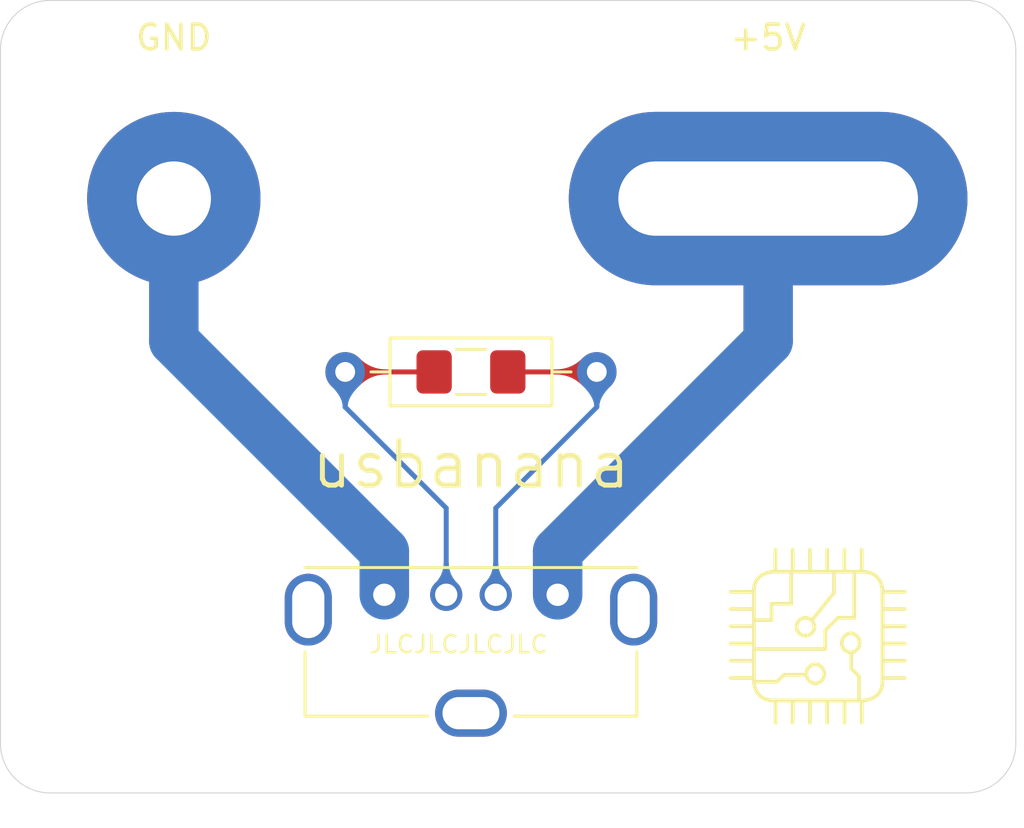
<source format=kicad_pcb>
(kicad_pcb (version 20171130) (host pcbnew "(5.1.6)-1")

  (general
    (thickness 1.6002)
    (drawings 10)
    (tracks 15)
    (zones 0)
    (modules 6)
    (nets 6)
  )

  (page USLetter)
  (title_block
    (rev 1)
  )

  (layers
    (0 Front signal)
    (31 Back signal)
    (34 B.Paste user)
    (35 F.Paste user)
    (36 B.SilkS user)
    (37 F.SilkS user)
    (38 B.Mask user)
    (39 F.Mask user)
    (44 Edge.Cuts user)
    (45 Margin user)
    (46 B.CrtYd user)
    (47 F.CrtYd user)
    (49 F.Fab user)
  )

  (setup
    (last_trace_width 0.127)
    (user_trace_width 0.15)
    (user_trace_width 0.2)
    (user_trace_width 0.4)
    (user_trace_width 0.6)
    (user_trace_width 2)
    (trace_clearance 0.127)
    (zone_clearance 0.508)
    (zone_45_only no)
    (trace_min 0.127)
    (via_size 0.6)
    (via_drill 0.3)
    (via_min_size 0.6)
    (via_min_drill 0.3)
    (user_via 0.6 0.3)
    (user_via 0.9 0.4)
    (uvia_size 0.6858)
    (uvia_drill 0.3302)
    (uvias_allowed no)
    (uvia_min_size 0)
    (uvia_min_drill 0)
    (edge_width 0.0381)
    (segment_width 0.254)
    (pcb_text_width 0.3048)
    (pcb_text_size 1.524 1.524)
    (mod_edge_width 0.1524)
    (mod_text_size 0.8128 0.8128)
    (mod_text_width 0.1524)
    (pad_size 1.524 1.524)
    (pad_drill 0.762)
    (pad_to_mask_clearance 0)
    (solder_mask_min_width 0.12)
    (aux_axis_origin 0 0)
    (visible_elements 7FFFFFFF)
    (pcbplotparams
      (layerselection 0x010fc_ffffffff)
      (usegerberextensions false)
      (usegerberattributes false)
      (usegerberadvancedattributes false)
      (creategerberjobfile false)
      (excludeedgelayer true)
      (linewidth 0.152400)
      (plotframeref false)
      (viasonmask false)
      (mode 1)
      (useauxorigin false)
      (hpglpennumber 1)
      (hpglpenspeed 20)
      (hpglpendiameter 15.000000)
      (psnegative false)
      (psa4output false)
      (plotreference true)
      (plotvalue false)
      (plotinvisibletext false)
      (padsonsilk false)
      (subtractmaskfromsilk true)
      (outputformat 1)
      (mirror false)
      (drillshape 0)
      (scaleselection 1)
      (outputdirectory "./gerbers"))
  )

  (net 0 "")
  (net 1 "Net-(J1-Pad5)")
  (net 2 "Net-(J1-Pad4)")
  (net 3 "Net-(J1-Pad3)")
  (net 4 "Net-(J1-Pad2)")
  (net 5 "Net-(J1-Pad1)")

  (net_class Default "This is the default net class."
    (clearance 0.127)
    (trace_width 0.127)
    (via_dia 0.6)
    (via_drill 0.3)
    (uvia_dia 0.6858)
    (uvia_drill 0.3302)
    (diff_pair_width 0.1524)
    (diff_pair_gap 0.254)
    (add_net "Net-(J1-Pad1)")
    (add_net "Net-(J1-Pad2)")
    (add_net "Net-(J1-Pad3)")
    (add_net "Net-(J1-Pad4)")
    (add_net "Net-(J1-Pad5)")
  )

  (module !Greg:Banana_Jack_Slot (layer Front) (tedit 5F447639) (tstamp 5F15580C)
    (at 150.5 94)
    (descr "Single banana socket, footprint - 6mm drill")
    (tags "banana socket")
    (path /5F14F52D)
    (fp_text reference +5V (at 0 -6.5) (layer F.SilkS)
      (effects (font (size 1 1) (thickness 0.15)))
    )
    (fp_text value 5V (at -0.25 6.5) (layer F.Fab)
      (effects (font (size 1 1) (thickness 0.15)))
    )
    (fp_circle (center 0 0) (end 2 0) (layer F.Fab) (width 0.1))
    (fp_circle (center 0 0) (end 4.85 0.05) (layer F.Fab) (width 0.1))
    (fp_text user %R (at 0 0) (layer F.Fab)
      (effects (font (size 0.8 0.8) (thickness 0.12)))
    )
    (pad 1 thru_hole oval (at 0 0) (size 16.1 7) (drill oval 12.1 3) (layers *.Cu *.Mask)
      (net 5 "Net-(J1-Pad1)"))
    (model ${KISYS3DMOD}/Connector.3dshapes/Banana_Jack_1Pin.wrl
      (at (xyz 0 0 0))
      (scale (xyz 2 2 2))
      (rotate (xyz 0 0 0))
    )
  )

  (module !Greg:Banana_Jack_1Pin (layer Front) (tedit 5F447626) (tstamp 5F155816)
    (at 126.5 94)
    (descr "Single banana socket, footprint - 6mm drill")
    (tags "banana socket")
    (path /5F1501A9)
    (fp_text reference J3 (at 0 -6.5) (layer F.Fab)
      (effects (font (size 1 1) (thickness 0.15)))
    )
    (fp_text value GND (at 0 -6.5) (layer F.SilkS)
      (effects (font (size 1 1) (thickness 0.15)))
    )
    (fp_circle (center 0 0) (end 5.75 0) (layer F.CrtYd) (width 0.05))
    (fp_circle (center 0 0) (end 2 0) (layer F.Fab) (width 0.1))
    (fp_circle (center 0 0) (end 4.85 0.05) (layer F.Fab) (width 0.1))
    (fp_text user %R (at 0 0) (layer F.Fab)
      (effects (font (size 0.8 0.8) (thickness 0.12)))
    )
    (pad 1 thru_hole circle (at 0 0) (size 7 7) (drill 3) (layers *.Cu *.Mask)
      (net 2 "Net-(J1-Pad4)"))
    (model ${KISYS3DMOD}/Connector.3dshapes/Banana_Jack_1Pin.wrl
      (at (xyz 0 0 0))
      (scale (xyz 2 2 2))
      (rotate (xyz 0 0 0))
    )
  )

  (module !Greg:TinkerTown_Silkscreen (layer Front) (tedit 5CA160CA) (tstamp 5F1577F6)
    (at 152.5 111.75)
    (fp_text reference REF** (at 0 4) (layer F.SilkS) hide
      (effects (font (size 0.5 0.5) (thickness 0.05)))
    )
    (fp_text value TinkerTown_Silkscreen (at -0.03 -4.5) (layer F.Fab)
      (effects (font (size 1 1) (thickness 0.15)))
    )
    (fp_curve (pts (xy -1.79 -2.68) (xy -1.79 -2.68) (xy -2.57754 -2.68) (xy -2.57754 -1.89246)) (layer F.SilkS) (width 0.153))
    (fp_line (start -2.57754 -1.89246) (end -2.57754 1.73) (layer F.SilkS) (width 0.153))
    (fp_line (start -1.79 2.51756) (end 1.83247 2.51756) (layer F.SilkS) (width 0.153))
    (fp_curve (pts (xy 2.62001 -1.89246) (xy 2.62001 -1.89246) (xy 2.62001 -2.68) (xy 1.83247 -2.68)) (layer F.SilkS) (width 0.153))
    (fp_curve (pts (xy 1.83247 2.51756) (xy 1.83247 2.51756) (xy 2.62001 2.51756) (xy 2.62001 1.73)) (layer F.SilkS) (width 0.153))
    (fp_line (start 2.62001 1.73) (end 2.62001 -1.89246) (layer F.SilkS) (width 0.153))
    (fp_line (start 1.83247 -2.68) (end -1.79 -2.68) (layer F.SilkS) (width 0.153))
    (fp_line (start -1.70373 -3.56939) (end -1.71 -2.69) (layer F.SilkS) (width 0.153))
    (fp_line (start 1.08 -3.56) (end 1.08 -2.69) (layer F.SilkS) (width 0.153))
    (fp_line (start -0.31122 -3.56939) (end -0.31122 -2.68) (layer F.SilkS) (width 0.153))
    (fp_line (start 3.52468 -1.87094) (end 2.62703 -1.87094) (layer F.SilkS) (width 0.153))
    (fp_line (start 3.52468 0.913931) (end 2.62703 0.913931) (layer F.SilkS) (width 0.153))
    (fp_line (start 1.77747 -3.56939) (end 1.77747 -2.69) (layer F.SilkS) (width 0.153))
    (fp_line (start 3.52468 0.21775) (end 2.62703 0.21775) (layer F.SilkS) (width 0.153))
    (fp_line (start -2.58 -1.87094) (end -3.515436 -1.87094) (layer F.SilkS) (width 0.153))
    (fp_line (start 0.38495 -3.56939) (end 0.38495 -2.68) (layer F.SilkS) (width 0.153))
    (fp_line (start -2.58 -1.17477) (end -3.515436 -1.17477) (layer F.SilkS) (width 0.153))
    (fp_curve (pts (xy -2.57754 1.73) (xy -2.57754 1.73) (xy -2.57754 2.51756) (xy -1.79 2.51756)) (layer F.SilkS) (width 0.153))
    (fp_line (start 3.52468 1.61025) (end 2.62703 1.61025) (layer F.SilkS) (width 0.153))
    (fp_line (start 3.52468 -1.17477) (end 2.62703 -1.17477) (layer F.SilkS) (width 0.153))
    (fp_line (start 3.52468 -0.47859) (end 2.62703 -0.47859) (layer F.SilkS) (width 0.153))
    (fp_line (start -2.58 1.61025) (end -3.515436 1.61025) (layer F.SilkS) (width 0.153))
    (fp_line (start -2.58 0.913931) (end -3.515436 0.913931) (layer F.SilkS) (width 0.153))
    (fp_line (start -1.00741 -3.56939) (end -1.00741 -2.68) (layer F.SilkS) (width 0.153))
    (fp_curve (pts (xy -0.49145 -0.82061) (xy -0.69155 -0.82061) (xy -0.853761 -0.6584) (xy -0.853761 -0.45831)) (layer F.SilkS) (width 0.153))
    (fp_curve (pts (xy -0.49145 -0.09604) (xy -0.29153 -0.09604) (xy -0.12933 -0.25821) (xy -0.12933 -0.45831)) (layer F.SilkS) (width 0.153))
    (fp_line (start -0.31122 2.51838) (end -0.31122 3.416172) (layer F.SilkS) (width 0.153))
    (fp_curve (pts (xy 1.33555 0.5766) (xy 1.5355 0.5766) (xy 1.69782 0.40487) (xy 1.69782 0.1931)) (layer F.SilkS) (width 0.153))
    (fp_line (start -1.86179 -0.72607) (end -1.86179 -1.38753) (layer F.SilkS) (width 0.153))
    (fp_curve (pts (xy -0.12933 -0.45831) (xy -0.12933 -0.55038) (xy -0.163651 -0.63445) (xy -0.22013 -0.69823)) (layer F.SilkS) (width 0.153))
    (fp_curve (pts (xy -0.853761 -0.45831) (xy -0.853761 -0.25821) (xy -0.69155 -0.09604) (xy -0.49145 -0.09604)) (layer F.SilkS) (width 0.153))
    (fp_line (start 1.35523 0.589551) (end 1.35523 1.21944) (layer F.SilkS) (width 0.153))
    (fp_curve (pts (xy 1.33555 -0.19055) (xy 1.13545 -0.19055) (xy 0.97325 -0.01885) (xy 0.97325 0.1931)) (layer F.SilkS) (width 0.153))
    (fp_line (start 1.67 1.54) (end 1.67 2.49) (layer F.SilkS) (width 0.153))
    (fp_line (start 1.35523 1.21944) (end 1.67 1.54) (layer F.SilkS) (width 0.153))
    (fp_line (start 0.65821 -1.8285) (end -0.24 -0.71) (layer F.SilkS) (width 0.153))
    (fp_curve (pts (xy -0.0932 1.05821) (xy -0.29316 1.05821) (xy -0.45536 1.23005) (xy -0.45536 1.44186)) (layer F.SilkS) (width 0.153))
    (fp_line (start 0.38495 2.51838) (end 0.38495 3.416172) (layer F.SilkS) (width 0.153))
    (fp_line (start 0.31179 -0.31653) (end 0.31179 0.43948) (layer F.SilkS) (width 0.153))
    (fp_line (start 1.47719 -2.68) (end 1.47719 -0.82061) (layer F.SilkS) (width 0.153))
    (fp_curve (pts (xy -0.0932 1.82537) (xy 0.10686 1.82537) (xy 0.26907 1.65366) (xy 0.26907 1.44186)) (layer F.SilkS) (width 0.153))
    (fp_line (start -0.0932 1.82537) (end -0.0932 1.82537) (layer F.SilkS) (width 0.153))
    (fp_curve (pts (xy 0.97325 0.1931) (xy 0.97325 0.40487) (xy 1.13545 0.5766) (xy 1.33555 0.5766)) (layer F.SilkS) (width 0.153))
    (fp_line (start -1.35771 1.47892) (end -1.6413 1.76) (layer F.SilkS) (width 0.153))
    (fp_line (start -1.64 1.76) (end -2.58 1.76) (layer F.SilkS) (width 0.153))
    (fp_line (start -1.00741 2.51838) (end -1.00741 3.416172) (layer F.SilkS) (width 0.153))
    (fp_line (start -1.86179 -1.38753) (end -1.07 -1.38753) (layer F.SilkS) (width 0.153))
    (fp_line (start -1.07 -1.38753) (end -1.07 -2.68) (layer F.SilkS) (width 0.153))
    (fp_line (start -2.58 0.22) (end -3.515436 0.21775) (layer F.SilkS) (width 0.153))
    (fp_curve (pts (xy -0.22013 -0.69823) (xy -0.28656 -0.7732) (xy -0.38357 -0.82061) (xy -0.49145 -0.82061)) (layer F.SilkS) (width 0.153))
    (fp_line (start 1.47719 -0.82061) (end 0.81573 -0.82061) (layer F.SilkS) (width 0.153))
    (fp_line (start 1.0813 2.51838) (end 1.0813 3.416172) (layer F.SilkS) (width 0.153))
    (fp_line (start 0.31179 0.43948) (end -2.55481 0.43948) (layer F.SilkS) (width 0.153))
    (fp_line (start 1.33555 0.5766) (end 1.33555 0.5766) (layer F.SilkS) (width 0.153))
    (fp_line (start -0.46 1.48) (end -1.35771 1.47892) (layer F.SilkS) (width 0.153))
    (fp_line (start -2.58 -0.47859) (end -3.515436 -0.47859) (layer F.SilkS) (width 0.153))
    (fp_curve (pts (xy 1.69782 0.1931) (xy 1.69782 -0.01885) (xy 1.5355 -0.19055) (xy 1.33555 -0.19055)) (layer F.SilkS) (width 0.153))
    (fp_curve (pts (xy -0.45536 1.44186) (xy -0.45536 1.65366) (xy -0.29316 1.82537) (xy -0.0932 1.82537)) (layer F.SilkS) (width 0.153))
    (fp_curve (pts (xy 0.26907 1.44186) (xy 0.26907 1.23005) (xy 0.10686 1.05821) (xy -0.0932 1.05821)) (layer F.SilkS) (width 0.153))
    (fp_line (start 1.77747 2.51838) (end 1.77747 3.416172) (layer F.SilkS) (width 0.153))
    (fp_line (start -1.70373 2.51838) (end -1.70373 3.416172) (layer F.SilkS) (width 0.153))
    (fp_line (start -0.49145 -0.09604) (end -0.49145 -0.09604) (layer F.SilkS) (width 0.153))
    (fp_line (start 0.65821 -2.67905) (end 0.65821 -1.8285) (layer F.SilkS) (width 0.153))
    (fp_line (start -2.55481 -0.72607) (end -1.86179 -0.72607) (layer F.SilkS) (width 0.153))
    (fp_line (start 0.81573 -0.82061) (end 0.31179 -0.31653) (layer F.SilkS) (width 0.153))
  )

  (module Resistor_THT:R_Axial_DIN0207_L6.3mm_D2.5mm_P10.16mm_Horizontal (layer Front) (tedit 5AE5139B) (tstamp 5F156BAD)
    (at 133.42 101)
    (descr "Resistor, Axial_DIN0207 series, Axial, Horizontal, pin pitch=10.16mm, 0.25W = 1/4W, length*diameter=6.3*2.5mm^2, http://cdn-reichelt.de/documents/datenblatt/B400/1_4W%23YAG.pdf")
    (tags "Resistor Axial_DIN0207 series Axial Horizontal pin pitch 10.16mm 0.25W = 1/4W length 6.3mm diameter 2.5mm")
    (path /5F1564AE)
    (fp_text reference R2 (at 5.08 -2.37) (layer F.Fab)
      (effects (font (size 1 1) (thickness 0.15)))
    )
    (fp_text value OPT (at 5.08 2.37) (layer F.Fab)
      (effects (font (size 1 1) (thickness 0.15)))
    )
    (fp_line (start 1.93 -1.25) (end 1.93 1.25) (layer F.Fab) (width 0.1))
    (fp_line (start 1.93 1.25) (end 8.23 1.25) (layer F.Fab) (width 0.1))
    (fp_line (start 8.23 1.25) (end 8.23 -1.25) (layer F.Fab) (width 0.1))
    (fp_line (start 8.23 -1.25) (end 1.93 -1.25) (layer F.Fab) (width 0.1))
    (fp_line (start 0 0) (end 1.93 0) (layer F.Fab) (width 0.1))
    (fp_line (start 10.16 0) (end 8.23 0) (layer F.Fab) (width 0.1))
    (fp_line (start 1.81 -1.37) (end 1.81 1.37) (layer F.SilkS) (width 0.12))
    (fp_line (start 1.81 1.37) (end 8.35 1.37) (layer F.SilkS) (width 0.12))
    (fp_line (start 8.35 1.37) (end 8.35 -1.37) (layer F.SilkS) (width 0.12))
    (fp_line (start 8.35 -1.37) (end 1.81 -1.37) (layer F.SilkS) (width 0.12))
    (fp_line (start 1.04 0) (end 1.81 0) (layer F.SilkS) (width 0.12))
    (fp_line (start 9.12 0) (end 8.35 0) (layer F.SilkS) (width 0.12))
    (fp_line (start -1.05 -1.5) (end -1.05 1.5) (layer F.CrtYd) (width 0.05))
    (fp_line (start -1.05 1.5) (end 11.21 1.5) (layer F.CrtYd) (width 0.05))
    (fp_line (start 11.21 1.5) (end 11.21 -1.5) (layer F.CrtYd) (width 0.05))
    (fp_line (start 11.21 -1.5) (end -1.05 -1.5) (layer F.CrtYd) (width 0.05))
    (fp_text user %R (at 5.08 0) (layer F.Fab)
      (effects (font (size 1 1) (thickness 0.15)))
    )
    (pad 2 thru_hole oval (at 10.16 0) (size 1.6 1.6) (drill 0.8) (layers *.Cu *.Mask)
      (net 4 "Net-(J1-Pad2)"))
    (pad 1 thru_hole circle (at 0 0) (size 1.6 1.6) (drill 0.8) (layers *.Cu *.Mask)
      (net 3 "Net-(J1-Pad3)"))
    (model ${KISYS3DMOD}/Resistor_THT.3dshapes/R_Axial_DIN0207_L6.3mm_D2.5mm_P10.16mm_Horizontal.wrl
      (at (xyz 0 0 0))
      (scale (xyz 1 1 1))
      (rotate (xyz 0 0 0))
    )
  )

  (module Connector_USB:USB_A_Molex_105057_Vertical (layer Front) (tedit 5F14F4AC) (tstamp 5F155802)
    (at 142 110 180)
    (descr https://www.molex.com/pdm_docs/sd/1050570001_sd.pdf)
    (tags "USB A Vertical")
    (path /5F1510A9)
    (fp_text reference J1 (at 4.4 -7.05) (layer F.Fab)
      (effects (font (size 1 1) (thickness 0.15)))
    )
    (fp_text value USB_A (at 3.5 2.4) (layer F.Fab)
      (effects (font (size 1 1) (thickness 0.15)))
    )
    (fp_line (start -3.05 -4.76) (end 10.05 -4.76) (layer F.Fab) (width 0.1))
    (fp_line (start 10.05 -4.76) (end 10.05 0.96) (layer F.Fab) (width 0.1))
    (fp_line (start -3.05 0.96) (end -3.05 -4.76) (layer F.Fab) (width 0.1))
    (fp_line (start 11.52 -6.23) (end 11.52 1.46) (layer F.CrtYd) (width 0.05))
    (fp_line (start 11.52 1.46) (end -4.52 1.46) (layer F.CrtYd) (width 0.05))
    (fp_line (start -4.52 1.46) (end -4.52 -6.23) (layer F.CrtYd) (width 0.05))
    (fp_line (start -4.52 -6.23) (end 11.52 -6.23) (layer F.CrtYd) (width 0.05))
    (fp_line (start -0.65 0.96) (end 0 0.2) (layer F.Fab) (width 0.1))
    (fp_line (start 0 0.2) (end 0.65 0.96) (layer F.Fab) (width 0.1))
    (fp_line (start -0.65 0.96) (end -3.05 0.96) (layer F.Fab) (width 0.1))
    (fp_line (start 10.05 0.96) (end 0.65 0.96) (layer F.Fab) (width 0.1))
    (fp_line (start -3.2 -4.9) (end 1.75 -4.9) (layer F.SilkS) (width 0.12))
    (fp_line (start -3.2 -4.9) (end -3.2 -2.3) (layer F.SilkS) (width 0.12))
    (fp_line (start 10.2 -4.9) (end 10.2 -2.3) (layer F.SilkS) (width 0.12))
    (fp_line (start 10.2 -4.9) (end 5.25 -4.9) (layer F.SilkS) (width 0.12))
    (fp_line (start 10.2 1.1) (end -3.2 1.1) (layer F.SilkS) (width 0.12))
    (fp_text user %R (at 3.45 -2.15) (layer F.Fab)
      (effects (font (size 1 1) (thickness 0.15)))
    )
    (pad 5 thru_hole oval (at 3.5 -4.78 270) (size 1.9 2.9) (drill oval 1.3 2.3) (layers *.Cu *.Mask)
      (net 1 "Net-(J1-Pad5)"))
    (pad 5 thru_hole oval (at 10.07 -0.6 180) (size 1.9 2.9) (drill oval 1.3 2.3) (layers *.Cu *.Mask)
      (net 1 "Net-(J1-Pad5)"))
    (pad 5 thru_hole oval (at -3.07 -0.6) (size 1.9 2.9) (drill oval 1.3 2.3) (layers *.Cu *.Mask)
      (net 1 "Net-(J1-Pad5)"))
    (pad 4 thru_hole circle (at 7 0 180) (size 1.3 1.3) (drill 0.9) (layers *.Cu *.Mask)
      (net 2 "Net-(J1-Pad4)"))
    (pad 3 thru_hole circle (at 4.5 0 180) (size 1.3 1.3) (drill 0.9) (layers *.Cu *.Mask)
      (net 3 "Net-(J1-Pad3)"))
    (pad 2 thru_hole circle (at 2.5 0 180) (size 1.3 1.3) (drill 0.9) (layers *.Cu *.Mask)
      (net 4 "Net-(J1-Pad2)"))
    (pad 1 thru_hole rect (at 0 0 180) (size 1.3 1.3) (drill 0.9) (layers *.Cu *.Mask)
      (net 5 "Net-(J1-Pad1)"))
    (model D:/kicad/kicad-greg/1050570001.stp
      (offset (xyz 3.5 1.85 5))
      (scale (xyz 1 1 1))
      (rotate (xyz 0 0 0))
    )
  )

  (module Resistor_SMD:R_1206_3216Metric_Pad1.42x1.75mm_HandSolder (layer Front) (tedit 5B301BBD) (tstamp 5F155C16)
    (at 138.5 101)
    (descr "Resistor SMD 1206 (3216 Metric), square (rectangular) end terminal, IPC_7351 nominal with elongated pad for handsoldering. (Body size source: http://www.tortai-tech.com/upload/download/2011102023233369053.pdf), generated with kicad-footprint-generator")
    (tags "resistor handsolder")
    (path /5F153C41)
    (attr smd)
    (fp_text reference R1 (at 0 -1.82) (layer F.Fab)
      (effects (font (size 1 1) (thickness 0.15)))
    )
    (fp_text value OPT (at 0 1.82) (layer F.Fab)
      (effects (font (size 1 1) (thickness 0.15)))
    )
    (fp_line (start -1.6 0.8) (end -1.6 -0.8) (layer F.Fab) (width 0.1))
    (fp_line (start -1.6 -0.8) (end 1.6 -0.8) (layer F.Fab) (width 0.1))
    (fp_line (start 1.6 -0.8) (end 1.6 0.8) (layer F.Fab) (width 0.1))
    (fp_line (start 1.6 0.8) (end -1.6 0.8) (layer F.Fab) (width 0.1))
    (fp_line (start -0.602064 -0.91) (end 0.602064 -0.91) (layer F.SilkS) (width 0.12))
    (fp_line (start -0.602064 0.91) (end 0.602064 0.91) (layer F.SilkS) (width 0.12))
    (fp_line (start -2.45 1.12) (end -2.45 -1.12) (layer F.CrtYd) (width 0.05))
    (fp_line (start -2.45 -1.12) (end 2.45 -1.12) (layer F.CrtYd) (width 0.05))
    (fp_line (start 2.45 -1.12) (end 2.45 1.12) (layer F.CrtYd) (width 0.05))
    (fp_line (start 2.45 1.12) (end -2.45 1.12) (layer F.CrtYd) (width 0.05))
    (fp_text user %R (at 0 17.75) (layer F.Fab)
      (effects (font (size 0.8 0.8) (thickness 0.12)))
    )
    (pad 2 smd roundrect (at 1.4875 0) (size 1.425 1.75) (layers Front F.Paste F.Mask) (roundrect_rratio 0.175439)
      (net 4 "Net-(J1-Pad2)"))
    (pad 1 smd roundrect (at -1.4875 0) (size 1.425 1.75) (layers Front F.Paste F.Mask) (roundrect_rratio 0.175439)
      (net 3 "Net-(J1-Pad3)"))
    (model ${KISYS3DMOD}/Resistor_SMD.3dshapes/R_1206_3216Metric.wrl
      (at (xyz 0 0 0))
      (scale (xyz 1 1 1))
      (rotate (xyz 0 0 0))
    )
  )

  (gr_text JLCJLCJLCJLC (at 138 112) (layer F.SilkS)
    (effects (font (size 0.7 0.7) (thickness 0.1)))
  )
  (gr_text usbanana (at 138.5 104.75) (layer F.SilkS)
    (effects (font (size 1.8 1.8) (thickness 0.2)))
  )
  (gr_arc (start 158.5 88) (end 160.5 88) (angle -90) (layer Edge.Cuts) (width 0.0381) (tstamp 5F18EB52))
  (gr_arc (start 121.5 88) (end 121.5 86) (angle -90) (layer Edge.Cuts) (width 0.0381) (tstamp 5F15666F))
  (gr_arc (start 121.5 116) (end 119.5 116) (angle -90) (layer Edge.Cuts) (width 0.0381) (tstamp 5F15666F))
  (gr_arc (start 158.5 116) (end 158.5 118) (angle -90) (layer Edge.Cuts) (width 0.0381))
  (gr_line (start 119.5 116) (end 119.5 88) (layer Edge.Cuts) (width 0.0381) (tstamp 5F1563CB))
  (gr_line (start 158.5 118) (end 121.5 118) (layer Edge.Cuts) (width 0.0381))
  (gr_line (start 160.5 88) (end 160.5 116) (layer Edge.Cuts) (width 0.0381))
  (gr_line (start 121.5 86) (end 158.5 86) (layer Edge.Cuts) (width 0.0381))

  (segment (start 126.5 99.75) (end 135 108.25) (width 2) (layer Back) (net 2))
  (segment (start 126.5 95.5) (end 126.5 99.75) (width 2) (layer Back) (net 2))
  (segment (start 135 108.25) (end 135 110) (width 2) (layer Back) (net 2))
  (segment (start 137.0125 101) (end 133.42 101) (width 0.2) (layer Front) (net 3))
  (segment (start 137.5 106.5) (end 137.5 110) (width 0.2) (layer Back) (net 3))
  (segment (start 133.42 101) (end 133.42 102.42) (width 0.2) (layer Back) (net 3))
  (segment (start 133.42 102.42) (end 137.5 106.5) (width 0.2) (layer Back) (net 3))
  (segment (start 139.9875 101) (end 140 101) (width 0.2) (layer Front) (net 4))
  (segment (start 140 101) (end 143.58 101) (width 0.2) (layer Front) (net 4))
  (segment (start 143.58 101) (end 143.58 102.42) (width 0.2) (layer Back) (net 4))
  (segment (start 139.5 106.5) (end 139.5 110) (width 0.2) (layer Back) (net 4))
  (segment (start 143.58 102.42) (end 139.5 106.5) (width 0.2) (layer Back) (net 4))
  (segment (start 142 108.25) (end 142 110) (width 2) (layer Back) (net 5))
  (segment (start 150.5 99.75) (end 142 108.25) (width 2) (layer Back) (net 5))
  (segment (start 150.5 95.5) (end 150.5 99.75) (width 2) (layer Back) (net 5))

  (zone (net 3) (net_name "Net-(J1-Pad3)") (layer Front) (tstamp 0) (hatch edge 0.508)
    (priority 16962)
    (connect_pads yes (clearance 0.127))
    (min_thickness 0.0254)
    (fill yes (arc_segments 32) (thermal_gap 0.508) (thermal_bridge_width 0.508))
    (polygon
      (pts
        (xy 135.10994 100.900001) (xy 134.978561 100.8954) (xy 134.851519 100.8816) (xy 134.728814 100.8586) (xy 134.610446 100.8264)
        (xy 134.496415 100.785) (xy 134.386721 100.7344) (xy 134.281364 100.6746) (xy 134.180343 100.6056) (xy 134.08366 100.5274)
        (xy 133.991314 100.44) (xy 133.02 101) (xy 133.991314 101.56) (xy 134.08366 101.472599) (xy 134.180343 101.394399)
        (xy 134.281364 101.325399) (xy 134.386721 101.265599) (xy 134.496415 101.214999) (xy 134.610446 101.173599) (xy 134.728814 101.141399)
        (xy 134.851519 101.118399) (xy 134.978561 101.104599) (xy 135.10994 101.099999)
      )
    )
    (filled_polygon
      (pts
        (xy 134.07493 100.536624) (xy 134.075673 100.537274) (xy 134.172356 100.615474) (xy 134.17318 100.616087) (xy 134.274201 100.685087)
        (xy 134.275095 100.685645) (xy 134.380452 100.745445) (xy 134.381401 100.745932) (xy 134.491095 100.796532) (xy 134.492081 100.796938)
        (xy 134.606112 100.838338) (xy 134.607112 100.838655) (xy 134.72548 100.870855) (xy 134.726474 100.871083) (xy 134.849179 100.894083)
        (xy 134.850148 100.894226) (xy 134.97719 100.908026) (xy 134.978117 100.908092) (xy 135.09724 100.912264) (xy 135.09724 101.087736)
        (xy 134.978117 101.091907) (xy 134.97719 101.091973) (xy 134.850148 101.105773) (xy 134.849179 101.105916) (xy 134.726474 101.128916)
        (xy 134.72548 101.129144) (xy 134.607112 101.161344) (xy 134.606112 101.161661) (xy 134.492081 101.203061) (xy 134.491095 101.203467)
        (xy 134.381401 101.254067) (xy 134.380452 101.254554) (xy 134.275095 101.314354) (xy 134.274201 101.314912) (xy 134.17318 101.383912)
        (xy 134.172356 101.384525) (xy 134.075673 101.462725) (xy 134.07493 101.463375) (xy 133.989457 101.544271) (xy 133.045426 101)
        (xy 133.989457 100.455729)
      )
    )
  )
  (zone (net 3) (net_name "Net-(J1-Pad3)") (layer Back) (tstamp 0) (hatch edge 0.508)
    (priority 16962)
    (connect_pads yes (clearance 0.127))
    (min_thickness 0.0254)
    (fill yes (arc_segments 32) (thermal_gap 0.508) (thermal_bridge_width 0.508))
    (polygon
      (pts
        (xy 137.400001 108.67219) (xy 137.39645 108.773642) (xy 137.3858 108.871742) (xy 137.36805 108.966487) (xy 137.3432 109.057879)
        (xy 137.31125 109.145918) (xy 137.2722 109.230603) (xy 137.22605 109.311934) (xy 137.1728 109.389912) (xy 137.11245 109.464537)
        (xy 137.045 109.535808) (xy 137.5 110.325) (xy 137.955 109.535808) (xy 137.887549 109.464537) (xy 137.827199 109.389912)
        (xy 137.773949 109.311934) (xy 137.727799 109.230603) (xy 137.688749 109.145918) (xy 137.656799 109.057879) (xy 137.631949 108.966487)
        (xy 137.614199 108.871742) (xy 137.603549 108.773642) (xy 137.599999 108.67219)
      )
    )
    (filled_polygon
      (pts
        (xy 137.590857 108.774086) (xy 137.590923 108.775013) (xy 137.601573 108.873113) (xy 137.601716 108.874081) (xy 137.619466 108.968826)
        (xy 137.619694 108.969819) (xy 137.644544 109.061211) (xy 137.644861 109.062211) (xy 137.676811 109.15025) (xy 137.677216 109.151236)
        (xy 137.716266 109.235921) (xy 137.716753 109.236871) (xy 137.762903 109.318202) (xy 137.763461 109.319096) (xy 137.816711 109.397074)
        (xy 137.817324 109.397898) (xy 137.877674 109.472523) (xy 137.878325 109.473267) (xy 137.939271 109.537664) (xy 137.5 110.299574)
        (xy 137.060729 109.537664) (xy 137.121674 109.473267) (xy 137.122325 109.472523) (xy 137.182675 109.397898) (xy 137.183288 109.397074)
        (xy 137.236538 109.319096) (xy 137.237096 109.318202) (xy 137.283246 109.236871) (xy 137.283733 109.235921) (xy 137.322783 109.151236)
        (xy 137.323188 109.15025) (xy 137.355138 109.062211) (xy 137.355455 109.061211) (xy 137.380305 108.969819) (xy 137.380533 108.968826)
        (xy 137.398283 108.874081) (xy 137.398426 108.873113) (xy 137.409076 108.775013) (xy 137.409142 108.774086) (xy 137.412264 108.68489)
        (xy 137.587736 108.68489)
      )
    )
  )
  (zone (net 3) (net_name "Net-(J1-Pad3)") (layer Back) (tstamp 0) (hatch edge 0.508)
    (priority 16962)
    (connect_pads yes (clearance 0.127))
    (min_thickness 0.0254)
    (fill yes (arc_segments 32) (thermal_gap 0.508) (thermal_bridge_width 0.508))
    (polygon
      (pts
        (xy 133.519999 102.42) (xy 133.524599 102.339909) (xy 133.538399 102.258757) (xy 133.561399 102.176543) (xy 133.593599 102.093268)
        (xy 133.634999 102.00893) (xy 133.685599 101.92353) (xy 133.745399 101.837069) (xy 133.814399 101.749546) (xy 133.892599 101.660961)
        (xy 133.98 101.571314) (xy 133.42 100.6) (xy 132.86 101.571314) (xy 132.9474 101.660961) (xy 133.0256 101.749546)
        (xy 133.0946 101.837069) (xy 133.1544 101.92353) (xy 133.205 102.00893) (xy 133.2464 102.093268) (xy 133.2786 102.176543)
        (xy 133.3016 102.258757) (xy 133.3154 102.339909) (xy 133.320001 102.42)
      )
    )
    (filled_polygon
      (pts
        (xy 133.964197 101.56933) (xy 133.883506 101.652095) (xy 133.883078 101.652556) (xy 133.804878 101.741141) (xy 133.804426 101.741683)
        (xy 133.735426 101.829206) (xy 133.734954 101.829845) (xy 133.675154 101.916306) (xy 133.674673 101.917056) (xy 133.624073 102.002456)
        (xy 133.623598 102.003334) (xy 133.582198 102.087672) (xy 133.581754 102.088688) (xy 133.549554 102.171963) (xy 133.549169 102.173121)
        (xy 133.526169 102.255335) (xy 133.525879 102.256628) (xy 133.512079 102.33778) (xy 133.51192 102.339181) (xy 133.508008 102.4073)
        (xy 133.331992 102.4073) (xy 133.328079 102.339181) (xy 133.32792 102.33778) (xy 133.31412 102.256628) (xy 133.31383 102.255335)
        (xy 133.29083 102.173121) (xy 133.290445 102.171963) (xy 133.258245 102.088688) (xy 133.257801 102.087672) (xy 133.216401 102.003334)
        (xy 133.215926 102.002456) (xy 133.165326 101.917056) (xy 133.164845 101.916306) (xy 133.105045 101.829845) (xy 133.104573 101.829206)
        (xy 133.035573 101.741683) (xy 133.035121 101.741141) (xy 132.956921 101.652556) (xy 132.956493 101.652095) (xy 132.875803 101.56933)
        (xy 133.42 100.625426)
      )
    )
  )
  (zone (net 4) (net_name "Net-(J1-Pad2)") (layer Front) (tstamp 0) (hatch edge 0.508)
    (priority 16962)
    (connect_pads yes (clearance 0.127))
    (min_thickness 0.0254)
    (fill yes (arc_segments 32) (thermal_gap 0.508) (thermal_bridge_width 0.508))
    (polygon
      (pts
        (xy 141.89006 101.099999) (xy 142.021438 101.104599) (xy 142.14848 101.118399) (xy 142.271185 101.141399) (xy 142.389553 101.173599)
        (xy 142.503584 101.214999) (xy 142.613278 101.265599) (xy 142.718635 101.325399) (xy 142.819656 101.394399) (xy 142.916339 101.472599)
        (xy 143.008686 101.56) (xy 143.98 101) (xy 143.008686 100.44) (xy 142.916339 100.5274) (xy 142.819656 100.6056)
        (xy 142.718635 100.6746) (xy 142.613278 100.7344) (xy 142.503584 100.785) (xy 142.389553 100.8264) (xy 142.271185 100.8586)
        (xy 142.14848 100.8816) (xy 142.021438 100.8954) (xy 141.89006 100.900001)
      )
    )
    (filled_polygon
      (pts
        (xy 143.954574 101) (xy 143.010543 101.544271) (xy 142.925069 101.463375) (xy 142.924326 101.462725) (xy 142.827643 101.384525)
        (xy 142.826819 101.383912) (xy 142.725798 101.314912) (xy 142.724904 101.314354) (xy 142.619547 101.254554) (xy 142.618598 101.254067)
        (xy 142.508904 101.203467) (xy 142.507918 101.203061) (xy 142.393887 101.161661) (xy 142.392887 101.161344) (xy 142.274519 101.129144)
        (xy 142.273525 101.128916) (xy 142.15082 101.105916) (xy 142.149851 101.105773) (xy 142.022809 101.091973) (xy 142.021882 101.091907)
        (xy 141.90276 101.087736) (xy 141.90276 100.912264) (xy 142.021882 100.908092) (xy 142.022809 100.908026) (xy 142.149851 100.894226)
        (xy 142.15082 100.894083) (xy 142.273525 100.871083) (xy 142.274519 100.870855) (xy 142.392887 100.838655) (xy 142.393887 100.838338)
        (xy 142.507918 100.796938) (xy 142.508904 100.796532) (xy 142.618598 100.745932) (xy 142.619547 100.745445) (xy 142.724904 100.685645)
        (xy 142.725798 100.685087) (xy 142.826819 100.616087) (xy 142.827643 100.615474) (xy 142.924326 100.537274) (xy 142.925069 100.536624)
        (xy 143.010542 100.455729)
      )
    )
  )
  (zone (net 4) (net_name "Net-(J1-Pad2)") (layer Back) (tstamp 0) (hatch edge 0.508)
    (priority 16962)
    (connect_pads yes (clearance 0.127))
    (min_thickness 0.0254)
    (fill yes (arc_segments 32) (thermal_gap 0.508) (thermal_bridge_width 0.508))
    (polygon
      (pts
        (xy 143.679999 102.42) (xy 143.684599 102.339909) (xy 143.698399 102.258757) (xy 143.721399 102.176543) (xy 143.753599 102.093268)
        (xy 143.794999 102.00893) (xy 143.845599 101.92353) (xy 143.905399 101.837069) (xy 143.974399 101.749546) (xy 144.052599 101.660961)
        (xy 144.14 101.571314) (xy 143.58 100.6) (xy 143.02 101.571314) (xy 143.1074 101.660961) (xy 143.1856 101.749546)
        (xy 143.2546 101.837069) (xy 143.3144 101.92353) (xy 143.365 102.00893) (xy 143.4064 102.093268) (xy 143.4386 102.176543)
        (xy 143.4616 102.258757) (xy 143.4754 102.339909) (xy 143.480001 102.42)
      )
    )
    (filled_polygon
      (pts
        (xy 144.124197 101.56933) (xy 144.043506 101.652095) (xy 144.043078 101.652556) (xy 143.964878 101.741141) (xy 143.964426 101.741683)
        (xy 143.895426 101.829206) (xy 143.894954 101.829845) (xy 143.835154 101.916306) (xy 143.834673 101.917056) (xy 143.784073 102.002456)
        (xy 143.783598 102.003334) (xy 143.742198 102.087672) (xy 143.741754 102.088688) (xy 143.709554 102.171963) (xy 143.709169 102.173121)
        (xy 143.686169 102.255335) (xy 143.685879 102.256628) (xy 143.672079 102.33778) (xy 143.67192 102.339181) (xy 143.668008 102.4073)
        (xy 143.491992 102.4073) (xy 143.488079 102.339181) (xy 143.48792 102.33778) (xy 143.47412 102.256628) (xy 143.47383 102.255335)
        (xy 143.45083 102.173121) (xy 143.450445 102.171963) (xy 143.418245 102.088688) (xy 143.417801 102.087672) (xy 143.376401 102.003334)
        (xy 143.375926 102.002456) (xy 143.325326 101.917056) (xy 143.324845 101.916306) (xy 143.265045 101.829845) (xy 143.264573 101.829206)
        (xy 143.195573 101.741683) (xy 143.195121 101.741141) (xy 143.116921 101.652556) (xy 143.116493 101.652095) (xy 143.035803 101.56933)
        (xy 143.58 100.625426)
      )
    )
  )
  (zone (net 4) (net_name "Net-(J1-Pad2)") (layer Back) (tstamp 0) (hatch edge 0.508)
    (priority 16962)
    (connect_pads yes (clearance 0.127))
    (min_thickness 0.0254)
    (fill yes (arc_segments 32) (thermal_gap 0.508) (thermal_bridge_width 0.508))
    (polygon
      (pts
        (xy 139.400001 108.67219) (xy 139.39645 108.773642) (xy 139.3858 108.871742) (xy 139.36805 108.966487) (xy 139.3432 109.057879)
        (xy 139.31125 109.145918) (xy 139.2722 109.230603) (xy 139.22605 109.311934) (xy 139.1728 109.389912) (xy 139.11245 109.464537)
        (xy 139.045 109.535808) (xy 139.5 110.325) (xy 139.955 109.535808) (xy 139.887549 109.464537) (xy 139.827199 109.389912)
        (xy 139.773949 109.311934) (xy 139.727799 109.230603) (xy 139.688749 109.145918) (xy 139.656799 109.057879) (xy 139.631949 108.966487)
        (xy 139.614199 108.871742) (xy 139.603549 108.773642) (xy 139.599999 108.67219)
      )
    )
    (filled_polygon
      (pts
        (xy 139.590857 108.774086) (xy 139.590923 108.775013) (xy 139.601573 108.873113) (xy 139.601716 108.874081) (xy 139.619466 108.968826)
        (xy 139.619694 108.969819) (xy 139.644544 109.061211) (xy 139.644861 109.062211) (xy 139.676811 109.15025) (xy 139.677216 109.151236)
        (xy 139.716266 109.235921) (xy 139.716753 109.236871) (xy 139.762903 109.318202) (xy 139.763461 109.319096) (xy 139.816711 109.397074)
        (xy 139.817324 109.397898) (xy 139.877674 109.472523) (xy 139.878325 109.473267) (xy 139.939271 109.537664) (xy 139.5 110.299574)
        (xy 139.060729 109.537664) (xy 139.121674 109.473267) (xy 139.122325 109.472523) (xy 139.182675 109.397898) (xy 139.183288 109.397074)
        (xy 139.236538 109.319096) (xy 139.237096 109.318202) (xy 139.283246 109.236871) (xy 139.283733 109.235921) (xy 139.322783 109.151236)
        (xy 139.323188 109.15025) (xy 139.355138 109.062211) (xy 139.355455 109.061211) (xy 139.380305 108.969819) (xy 139.380533 108.968826)
        (xy 139.398283 108.874081) (xy 139.398426 108.873113) (xy 139.409076 108.775013) (xy 139.409142 108.774086) (xy 139.412264 108.68489)
        (xy 139.587736 108.68489)
      )
    )
  )
)

</source>
